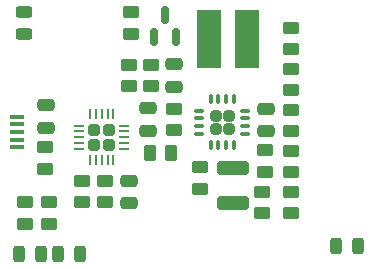
<source format=gbr>
%TF.GenerationSoftware,KiCad,Pcbnew,(5.99.0-10766-geeb405c196)*%
%TF.CreationDate,2021-06-19T10:41:35+04:00*%
%TF.ProjectId,Adafruit-PowerBoost-1000C,41646166-7275-4697-942d-506f77657242,rev?*%
%TF.SameCoordinates,Original*%
%TF.FileFunction,Paste,Top*%
%TF.FilePolarity,Positive*%
%FSLAX46Y46*%
G04 Gerber Fmt 4.6, Leading zero omitted, Abs format (unit mm)*
G04 Created by KiCad (PCBNEW (5.99.0-10766-geeb405c196)) date 2021-06-19 10:41:35*
%MOMM*%
%LPD*%
G01*
G04 APERTURE LIST*
G04 Aperture macros list*
%AMRoundRect*
0 Rectangle with rounded corners*
0 $1 Rounding radius*
0 $2 $3 $4 $5 $6 $7 $8 $9 X,Y pos of 4 corners*
0 Add a 4 corners polygon primitive as box body*
4,1,4,$2,$3,$4,$5,$6,$7,$8,$9,$2,$3,0*
0 Add four circle primitives for the rounded corners*
1,1,$1+$1,$2,$3*
1,1,$1+$1,$4,$5*
1,1,$1+$1,$6,$7*
1,1,$1+$1,$8,$9*
0 Add four rect primitives between the rounded corners*
20,1,$1+$1,$2,$3,$4,$5,0*
20,1,$1+$1,$4,$5,$6,$7,0*
20,1,$1+$1,$6,$7,$8,$9,0*
20,1,$1+$1,$8,$9,$2,$3,0*%
G04 Aperture macros list end*
%ADD10RoundRect,0.250000X0.475000X-0.250000X0.475000X0.250000X-0.475000X0.250000X-0.475000X-0.250000X0*%
%ADD11R,2.100000X5.000000*%
%ADD12RoundRect,0.243750X-0.243750X-0.456250X0.243750X-0.456250X0.243750X0.456250X-0.243750X0.456250X0*%
%ADD13RoundRect,0.250000X0.450000X-0.262500X0.450000X0.262500X-0.450000X0.262500X-0.450000X-0.262500X0*%
%ADD14RoundRect,0.250000X-0.450000X0.262500X-0.450000X-0.262500X0.450000X-0.262500X0.450000X0.262500X0*%
%ADD15RoundRect,0.250000X-0.475000X0.250000X-0.475000X-0.250000X0.475000X-0.250000X0.475000X0.250000X0*%
%ADD16RoundRect,0.250000X-1.100000X0.325000X-1.100000X-0.325000X1.100000X-0.325000X1.100000X0.325000X0*%
%ADD17RoundRect,0.238649X0.238648X0.238648X-0.238648X0.238648X-0.238648X-0.238648X0.238648X-0.238648X0*%
%ADD18RoundRect,0.087500X0.325000X0.087500X-0.325000X0.087500X-0.325000X-0.087500X0.325000X-0.087500X0*%
%ADD19RoundRect,0.087500X0.087500X0.325000X-0.087500X0.325000X-0.087500X-0.325000X0.087500X-0.325000X0*%
%ADD20RoundRect,0.250000X0.262500X0.450000X-0.262500X0.450000X-0.262500X-0.450000X0.262500X-0.450000X0*%
%ADD21RoundRect,0.243750X0.456250X-0.243750X0.456250X0.243750X-0.456250X0.243750X-0.456250X-0.243750X0*%
%ADD22RoundRect,0.243750X0.243750X0.456250X-0.243750X0.456250X-0.243750X-0.456250X0.243750X-0.456250X0*%
%ADD23RoundRect,0.150000X0.150000X-0.587500X0.150000X0.587500X-0.150000X0.587500X-0.150000X-0.587500X0*%
%ADD24RoundRect,0.250000X-0.255000X0.255000X-0.255000X-0.255000X0.255000X-0.255000X0.255000X0.255000X0*%
%ADD25RoundRect,0.062500X-0.062500X0.350000X-0.062500X-0.350000X0.062500X-0.350000X0.062500X0.350000X0*%
%ADD26RoundRect,0.062500X-0.350000X0.062500X-0.350000X-0.062500X0.350000X-0.062500X0.350000X0.062500X0*%
%ADD27R,1.300000X0.450000*%
G04 APERTURE END LIST*
D10*
%TO.C,C4*%
X119000000Y-84700000D03*
X119000000Y-82800000D03*
%TD*%
D11*
%TO.C,L1*%
X121950000Y-80650000D03*
X125150000Y-80650000D03*
%TD*%
D12*
%TO.C,D2*%
X105862500Y-98900000D03*
X107737500Y-98900000D03*
%TD*%
D13*
%TO.C,R2*%
X106400000Y-96312500D03*
X106400000Y-94487500D03*
%TD*%
%TO.C,R1*%
X108400000Y-96312500D03*
X108400000Y-94487500D03*
%TD*%
%TO.C,R15*%
X128850000Y-85015625D03*
X128850000Y-83190625D03*
%TD*%
D14*
%TO.C,R12*%
X126450000Y-93587500D03*
X126450000Y-95412500D03*
%TD*%
%TO.C,R8*%
X119000000Y-86587500D03*
X119000000Y-88412500D03*
%TD*%
%TO.C,R18*%
X128850000Y-86656250D03*
X128850000Y-88481250D03*
%TD*%
D15*
%TO.C,C3*%
X116750000Y-86550000D03*
X116750000Y-88450000D03*
%TD*%
D14*
%TO.C,R16*%
X128850000Y-79725000D03*
X128850000Y-81550000D03*
%TD*%
D13*
%TO.C,R3*%
X115150000Y-84662500D03*
X115150000Y-82837500D03*
%TD*%
%TO.C,R10*%
X121150000Y-93362500D03*
X121150000Y-91537500D03*
%TD*%
%TO.C,R4*%
X117050000Y-84662500D03*
X117050000Y-82837500D03*
%TD*%
%TO.C,R17*%
X128850000Y-91946875D03*
X128850000Y-90121875D03*
%TD*%
D14*
%TO.C,R13*%
X115300000Y-78387500D03*
X115300000Y-80212500D03*
%TD*%
D16*
%TO.C,C6*%
X123950000Y-91595000D03*
X123950000Y-94545000D03*
%TD*%
D17*
%TO.C,U2*%
X122500000Y-88250000D03*
X123600000Y-88250000D03*
X122500000Y-87150000D03*
X123600000Y-87150000D03*
D18*
X125012500Y-88675000D03*
X125012500Y-88025000D03*
X125012500Y-87375000D03*
X125012500Y-86725000D03*
D19*
X124025000Y-85737500D03*
X123375000Y-85737500D03*
X122725000Y-85737500D03*
X122075000Y-85737500D03*
D18*
X121087500Y-86725000D03*
X121087500Y-87375000D03*
X121087500Y-88025000D03*
X121087500Y-88675000D03*
D19*
X122075000Y-89662500D03*
X122725000Y-89662500D03*
X123375000Y-89662500D03*
X124025000Y-89662500D03*
%TD*%
D20*
%TO.C,R9*%
X118762500Y-90300000D03*
X116937500Y-90300000D03*
%TD*%
D10*
%TO.C,C1*%
X108100000Y-88200000D03*
X108100000Y-86300000D03*
%TD*%
D15*
%TO.C,C2*%
X115200000Y-92670000D03*
X115200000Y-94570000D03*
%TD*%
D14*
%TO.C,R6*%
X111200000Y-92687500D03*
X111200000Y-94512500D03*
%TD*%
D10*
%TO.C,C5*%
X126750000Y-88500000D03*
X126750000Y-86600000D03*
%TD*%
D21*
%TO.C,D3*%
X106250000Y-80237500D03*
X106250000Y-78362500D03*
%TD*%
D14*
%TO.C,R7*%
X108050000Y-89837500D03*
X108050000Y-91662500D03*
%TD*%
%TO.C,R5*%
X113100000Y-92687500D03*
X113100000Y-94512500D03*
%TD*%
D22*
%TO.C,D1*%
X111037500Y-98900000D03*
X109162500Y-98900000D03*
%TD*%
D23*
%TO.C,Q1*%
X117250000Y-80487500D03*
X119150000Y-80487500D03*
X118200000Y-78612500D03*
%TD*%
D22*
%TO.C,D4*%
X134587500Y-98200000D03*
X132712500Y-98200000D03*
%TD*%
D24*
%TO.C,U1*%
X113475000Y-89625000D03*
X113475000Y-88375000D03*
X112225000Y-88375000D03*
X112225000Y-89625000D03*
D25*
X113850000Y-87062500D03*
X113350000Y-87062500D03*
X112850000Y-87062500D03*
X112350000Y-87062500D03*
X111850000Y-87062500D03*
D26*
X110912500Y-88000000D03*
X110912500Y-88500000D03*
X110912500Y-89000000D03*
X110912500Y-89500000D03*
X110912500Y-90000000D03*
D25*
X111850000Y-90937500D03*
X112350000Y-90937500D03*
X112850000Y-90937500D03*
X113350000Y-90937500D03*
X113850000Y-90937500D03*
D26*
X114787500Y-90000000D03*
X114787500Y-89500000D03*
X114787500Y-89000000D03*
X114787500Y-88500000D03*
X114787500Y-88000000D03*
%TD*%
D14*
%TO.C,R11*%
X126720000Y-90087500D03*
X126720000Y-91912500D03*
%TD*%
D27*
%TO.C,J1*%
X105650000Y-87250000D03*
X105650000Y-87900000D03*
X105650000Y-88550000D03*
X105650000Y-89200000D03*
X105650000Y-89850000D03*
%TD*%
D14*
%TO.C,R14*%
X128850000Y-93587500D03*
X128850000Y-95412500D03*
%TD*%
M02*

</source>
